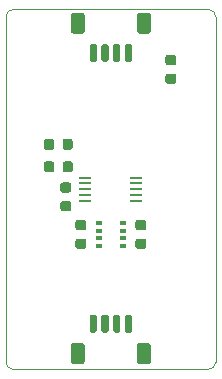
<source format=gbr>
%TF.GenerationSoftware,KiCad,Pcbnew,5.1.6+dfsg1-1~bpo10+1*%
%TF.CreationDate,Date%
%TF.ProjectId,ProMicro_QWIIC,50726f4d-6963-4726-9f5f-51574949432e,v1.0*%
%TF.SameCoordinates,Original*%
%TF.FileFunction,Paste,Top*%
%TF.FilePolarity,Positive*%
%FSLAX45Y45*%
G04 Gerber Fmt 4.5, Leading zero omitted, Abs format (unit mm)*
G04 Created by KiCad*
%MOMM*%
%LPD*%
G01*
G04 APERTURE LIST*
%TA.AperFunction,Profile*%
%ADD10C,0.100000*%
%TD*%
%ADD11R,0.500000X0.350000*%
%ADD12R,1.100000X0.250000*%
G04 APERTURE END LIST*
D10*
X1651000Y63500D02*
X1651000Y-2857500D01*
X-127000Y-2857500D02*
X-127000Y63500D01*
X-63500Y-2921000D02*
G75*
G02*
X-127000Y-2857500I0J63500D01*
G01*
X1651000Y-2857500D02*
G75*
G02*
X1587500Y-2921000I-63500J0D01*
G01*
X1587500Y127000D02*
G75*
G02*
X1651000Y63500I0J-63500D01*
G01*
X-127000Y63500D02*
G75*
G02*
X-63500Y127000I63500J0D01*
G01*
X1587500Y-2921000D02*
X-63500Y-2921000D01*
X-63500Y127000D02*
X1587500Y127000D01*
G36*
G01*
X533625Y-1743000D02*
X482375Y-1743000D01*
G75*
G02*
X460500Y-1721125I0J21875D01*
G01*
X460500Y-1677375D01*
G75*
G02*
X482375Y-1655500I21875J0D01*
G01*
X533625Y-1655500D01*
G75*
G02*
X555500Y-1677375I0J-21875D01*
G01*
X555500Y-1721125D01*
G75*
G02*
X533625Y-1743000I-21875J0D01*
G01*
G37*
G36*
G01*
X533625Y-1900500D02*
X482375Y-1900500D01*
G75*
G02*
X460500Y-1878625I0J21875D01*
G01*
X460500Y-1834875D01*
G75*
G02*
X482375Y-1813000I21875J0D01*
G01*
X533625Y-1813000D01*
G75*
G02*
X555500Y-1834875I0J-21875D01*
G01*
X555500Y-1878625D01*
G75*
G02*
X533625Y-1900500I-21875J0D01*
G01*
G37*
G36*
G01*
X1041625Y-1743000D02*
X990375Y-1743000D01*
G75*
G02*
X968500Y-1721125I0J21875D01*
G01*
X968500Y-1677375D01*
G75*
G02*
X990375Y-1655500I21875J0D01*
G01*
X1041625Y-1655500D01*
G75*
G02*
X1063500Y-1677375I0J-21875D01*
G01*
X1063500Y-1721125D01*
G75*
G02*
X1041625Y-1743000I-21875J0D01*
G01*
G37*
G36*
G01*
X1041625Y-1900500D02*
X990375Y-1900500D01*
G75*
G02*
X968500Y-1878625I0J21875D01*
G01*
X968500Y-1834875D01*
G75*
G02*
X990375Y-1813000I21875J0D01*
G01*
X1041625Y-1813000D01*
G75*
G02*
X1063500Y-1834875I0J-21875D01*
G01*
X1063500Y-1878625D01*
G75*
G02*
X1041625Y-1900500I-21875J0D01*
G01*
G37*
D11*
X864500Y-1680500D03*
X864500Y-1745500D03*
X864500Y-1810500D03*
X864500Y-1875500D03*
X659500Y-1875500D03*
X659500Y-1810500D03*
X659500Y-1745500D03*
X659500Y-1680500D03*
D12*
X547000Y-1497000D03*
X547000Y-1447000D03*
X547000Y-1397000D03*
X547000Y-1347000D03*
X547000Y-1297000D03*
X977000Y-1297000D03*
X977000Y-1347000D03*
X977000Y-1397000D03*
X977000Y-1447000D03*
X977000Y-1497000D03*
G36*
G01*
X352500Y-1041625D02*
X352500Y-990375D01*
G75*
G02*
X374375Y-968500I21875J0D01*
G01*
X418125Y-968500D01*
G75*
G02*
X440000Y-990375I0J-21875D01*
G01*
X440000Y-1041625D01*
G75*
G02*
X418125Y-1063500I-21875J0D01*
G01*
X374375Y-1063500D01*
G75*
G02*
X352500Y-1041625I0J21875D01*
G01*
G37*
G36*
G01*
X195000Y-1041625D02*
X195000Y-990375D01*
G75*
G02*
X216875Y-968500I21875J0D01*
G01*
X260625Y-968500D01*
G75*
G02*
X282500Y-990375I0J-21875D01*
G01*
X282500Y-1041625D01*
G75*
G02*
X260625Y-1063500I-21875J0D01*
G01*
X216875Y-1063500D01*
G75*
G02*
X195000Y-1041625I0J21875D01*
G01*
G37*
G36*
G01*
X352500Y-1232125D02*
X352500Y-1180875D01*
G75*
G02*
X374375Y-1159000I21875J0D01*
G01*
X418125Y-1159000D01*
G75*
G02*
X440000Y-1180875I0J-21875D01*
G01*
X440000Y-1232125D01*
G75*
G02*
X418125Y-1254000I-21875J0D01*
G01*
X374375Y-1254000D01*
G75*
G02*
X352500Y-1232125I0J21875D01*
G01*
G37*
G36*
G01*
X195000Y-1232125D02*
X195000Y-1180875D01*
G75*
G02*
X216875Y-1159000I21875J0D01*
G01*
X260625Y-1159000D01*
G75*
G02*
X282500Y-1180875I0J-21875D01*
G01*
X282500Y-1232125D01*
G75*
G02*
X260625Y-1254000I-21875J0D01*
G01*
X216875Y-1254000D01*
G75*
G02*
X195000Y-1232125I0J21875D01*
G01*
G37*
G36*
G01*
X1295625Y-346000D02*
X1244375Y-346000D01*
G75*
G02*
X1222500Y-324125I0J21875D01*
G01*
X1222500Y-280375D01*
G75*
G02*
X1244375Y-258500I21875J0D01*
G01*
X1295625Y-258500D01*
G75*
G02*
X1317500Y-280375I0J-21875D01*
G01*
X1317500Y-324125D01*
G75*
G02*
X1295625Y-346000I-21875J0D01*
G01*
G37*
G36*
G01*
X1295625Y-503500D02*
X1244375Y-503500D01*
G75*
G02*
X1222500Y-481625I0J21875D01*
G01*
X1222500Y-437875D01*
G75*
G02*
X1244375Y-416000I21875J0D01*
G01*
X1295625Y-416000D01*
G75*
G02*
X1317500Y-437875I0J-21875D01*
G01*
X1317500Y-481625D01*
G75*
G02*
X1295625Y-503500I-21875J0D01*
G01*
G37*
G36*
G01*
X542000Y-2722000D02*
X542000Y-2852000D01*
G75*
G02*
X517000Y-2877000I-25000J0D01*
G01*
X447000Y-2877000D01*
G75*
G02*
X422000Y-2852000I0J25000D01*
G01*
X422000Y-2722000D01*
G75*
G02*
X447000Y-2697000I25000J0D01*
G01*
X517000Y-2697000D01*
G75*
G02*
X542000Y-2722000I0J-25000D01*
G01*
G37*
G36*
G01*
X1102000Y-2722000D02*
X1102000Y-2852000D01*
G75*
G02*
X1077000Y-2877000I-25000J0D01*
G01*
X1007000Y-2877000D01*
G75*
G02*
X982000Y-2852000I0J25000D01*
G01*
X982000Y-2722000D01*
G75*
G02*
X1007000Y-2697000I25000J0D01*
G01*
X1077000Y-2697000D01*
G75*
G02*
X1102000Y-2722000I0J-25000D01*
G01*
G37*
G36*
G01*
X642000Y-2472000D02*
X642000Y-2597000D01*
G75*
G02*
X627000Y-2612000I-15000J0D01*
G01*
X597000Y-2612000D01*
G75*
G02*
X582000Y-2597000I0J15000D01*
G01*
X582000Y-2472000D01*
G75*
G02*
X597000Y-2457000I15000J0D01*
G01*
X627000Y-2457000D01*
G75*
G02*
X642000Y-2472000I0J-15000D01*
G01*
G37*
G36*
G01*
X742000Y-2472000D02*
X742000Y-2597000D01*
G75*
G02*
X727000Y-2612000I-15000J0D01*
G01*
X697000Y-2612000D01*
G75*
G02*
X682000Y-2597000I0J15000D01*
G01*
X682000Y-2472000D01*
G75*
G02*
X697000Y-2457000I15000J0D01*
G01*
X727000Y-2457000D01*
G75*
G02*
X742000Y-2472000I0J-15000D01*
G01*
G37*
G36*
G01*
X842000Y-2472000D02*
X842000Y-2597000D01*
G75*
G02*
X827000Y-2612000I-15000J0D01*
G01*
X797000Y-2612000D01*
G75*
G02*
X782000Y-2597000I0J15000D01*
G01*
X782000Y-2472000D01*
G75*
G02*
X797000Y-2457000I15000J0D01*
G01*
X827000Y-2457000D01*
G75*
G02*
X842000Y-2472000I0J-15000D01*
G01*
G37*
G36*
G01*
X942000Y-2472000D02*
X942000Y-2597000D01*
G75*
G02*
X927000Y-2612000I-15000J0D01*
G01*
X897000Y-2612000D01*
G75*
G02*
X882000Y-2597000I0J15000D01*
G01*
X882000Y-2472000D01*
G75*
G02*
X897000Y-2457000I15000J0D01*
G01*
X927000Y-2457000D01*
G75*
G02*
X942000Y-2472000I0J-15000D01*
G01*
G37*
G36*
G01*
X982000Y-55000D02*
X982000Y75000D01*
G75*
G02*
X1007000Y100000I25000J0D01*
G01*
X1077000Y100000D01*
G75*
G02*
X1102000Y75000I0J-25000D01*
G01*
X1102000Y-55000D01*
G75*
G02*
X1077000Y-80000I-25000J0D01*
G01*
X1007000Y-80000D01*
G75*
G02*
X982000Y-55000I0J25000D01*
G01*
G37*
G36*
G01*
X422000Y-55000D02*
X422000Y75000D01*
G75*
G02*
X447000Y100000I25000J0D01*
G01*
X517000Y100000D01*
G75*
G02*
X542000Y75000I0J-25000D01*
G01*
X542000Y-55000D01*
G75*
G02*
X517000Y-80000I-25000J0D01*
G01*
X447000Y-80000D01*
G75*
G02*
X422000Y-55000I0J25000D01*
G01*
G37*
G36*
G01*
X882000Y-305000D02*
X882000Y-180000D01*
G75*
G02*
X897000Y-165000I15000J0D01*
G01*
X927000Y-165000D01*
G75*
G02*
X942000Y-180000I0J-15000D01*
G01*
X942000Y-305000D01*
G75*
G02*
X927000Y-320000I-15000J0D01*
G01*
X897000Y-320000D01*
G75*
G02*
X882000Y-305000I0J15000D01*
G01*
G37*
G36*
G01*
X782000Y-305000D02*
X782000Y-180000D01*
G75*
G02*
X797000Y-165000I15000J0D01*
G01*
X827000Y-165000D01*
G75*
G02*
X842000Y-180000I0J-15000D01*
G01*
X842000Y-305000D01*
G75*
G02*
X827000Y-320000I-15000J0D01*
G01*
X797000Y-320000D01*
G75*
G02*
X782000Y-305000I0J15000D01*
G01*
G37*
G36*
G01*
X682000Y-305000D02*
X682000Y-180000D01*
G75*
G02*
X697000Y-165000I15000J0D01*
G01*
X727000Y-165000D01*
G75*
G02*
X742000Y-180000I0J-15000D01*
G01*
X742000Y-305000D01*
G75*
G02*
X727000Y-320000I-15000J0D01*
G01*
X697000Y-320000D01*
G75*
G02*
X682000Y-305000I0J15000D01*
G01*
G37*
G36*
G01*
X582000Y-305000D02*
X582000Y-180000D01*
G75*
G02*
X597000Y-165000I15000J0D01*
G01*
X627000Y-165000D01*
G75*
G02*
X642000Y-180000I0J-15000D01*
G01*
X642000Y-305000D01*
G75*
G02*
X627000Y-320000I-15000J0D01*
G01*
X597000Y-320000D01*
G75*
G02*
X582000Y-305000I0J15000D01*
G01*
G37*
G36*
G01*
X355375Y-1495500D02*
X406625Y-1495500D01*
G75*
G02*
X428500Y-1517375I0J-21875D01*
G01*
X428500Y-1561125D01*
G75*
G02*
X406625Y-1583000I-21875J0D01*
G01*
X355375Y-1583000D01*
G75*
G02*
X333500Y-1561125I0J21875D01*
G01*
X333500Y-1517375D01*
G75*
G02*
X355375Y-1495500I21875J0D01*
G01*
G37*
G36*
G01*
X355375Y-1338000D02*
X406625Y-1338000D01*
G75*
G02*
X428500Y-1359875I0J-21875D01*
G01*
X428500Y-1403625D01*
G75*
G02*
X406625Y-1425500I-21875J0D01*
G01*
X355375Y-1425500D01*
G75*
G02*
X333500Y-1403625I0J21875D01*
G01*
X333500Y-1359875D01*
G75*
G02*
X355375Y-1338000I21875J0D01*
G01*
G37*
M02*

</source>
